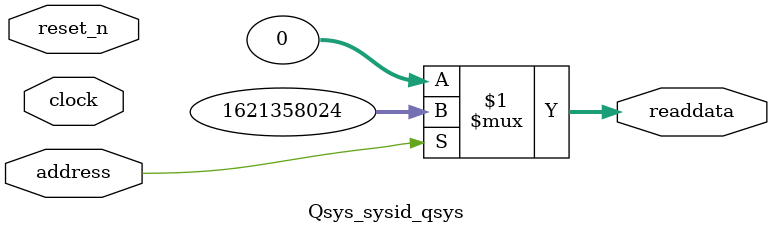
<source format=v>



// synthesis translate_off
`timescale 1ns / 1ps
// synthesis translate_on

// turn off superfluous verilog processor warnings 
// altera message_level Level1 
// altera message_off 10034 10035 10036 10037 10230 10240 10030 

module Qsys_sysid_qsys (
               // inputs:
                address,
                clock,
                reset_n,

               // outputs:
                readdata
             )
;

  output  [ 31: 0] readdata;
  input            address;
  input            clock;
  input            reset_n;

  wire    [ 31: 0] readdata;
  //control_slave, which is an e_avalon_slave
  assign readdata = address ? 1621358024 : 0;

endmodule



</source>
